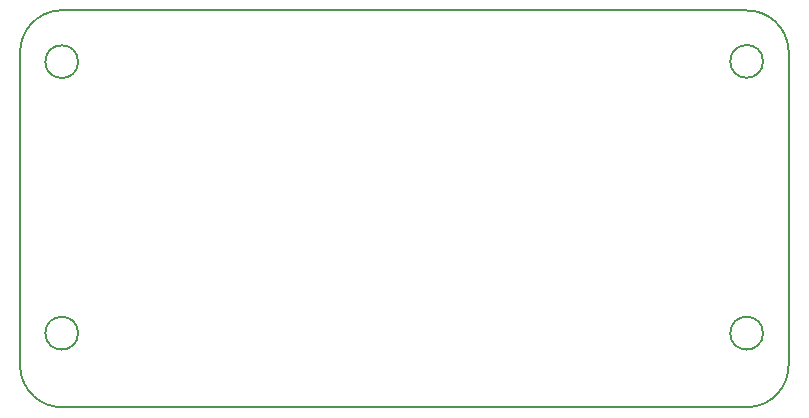
<source format=gm1>
G04 #@! TF.FileFunction,Profile,NP*
%FSLAX46Y46*%
G04 Gerber Fmt 4.6, Leading zero omitted, Abs format (unit mm)*
G04 Created by KiCad (PCBNEW 4.0.7) date 01/29/18 15:33:40*
%MOMM*%
%LPD*%
G01*
G04 APERTURE LIST*
%ADD10C,0.100000*%
%ADD11C,0.150000*%
G04 APERTURE END LIST*
D10*
D11*
X183783272Y-114909600D02*
G75*
G03X183783272Y-114909600I-1385872J0D01*
G01*
X125793500Y-114909600D02*
G75*
G03X125793500Y-114909600I-1385872J0D01*
G01*
X183783272Y-91897200D02*
G75*
G03X183783272Y-91897200I-1385872J0D01*
G01*
X125795072Y-91922600D02*
G75*
G03X125795072Y-91922600I-1385872J0D01*
G01*
X124256800Y-87579201D02*
G75*
G03X120890558Y-91247352I177058J-3541151D01*
G01*
X120891301Y-117806998D02*
G75*
G03X124559452Y-121173240I3541151J177058D01*
G01*
X182587900Y-121170699D02*
G75*
G03X185954142Y-117502548I-177058J3541151D01*
G01*
X185951251Y-90945442D02*
G75*
G03X182283100Y-87579200I-3541151J-177058D01*
G01*
X185951252Y-117502600D02*
X185951252Y-90945442D01*
X124559452Y-121173240D02*
X182587900Y-121173240D01*
X120891300Y-91247352D02*
X120891300Y-117806800D01*
X182283100Y-87579200D02*
X124256800Y-87579200D01*
M02*

</source>
